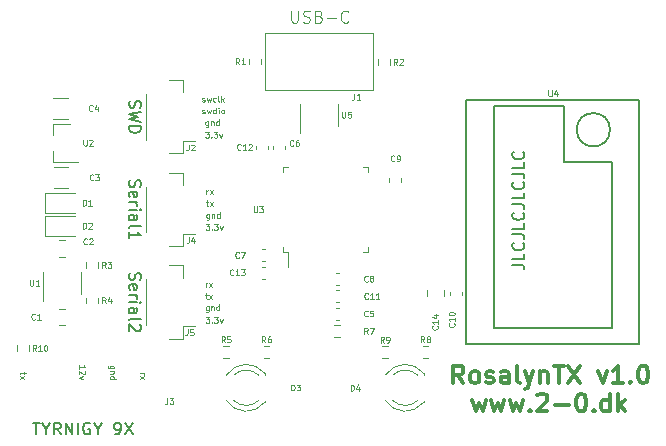
<source format=gbr>
%TF.GenerationSoftware,KiCad,Pcbnew,5.1.8-db9833491~87~ubuntu20.04.1*%
%TF.CreationDate,2020-11-23T17:51:26+01:00*%
%TF.ProjectId,rosalyn-tx,726f7361-6c79-46e2-9d74-782e6b696361,v1.0*%
%TF.SameCoordinates,Original*%
%TF.FileFunction,Legend,Top*%
%TF.FilePolarity,Positive*%
%FSLAX46Y46*%
G04 Gerber Fmt 4.6, Leading zero omitted, Abs format (unit mm)*
G04 Created by KiCad (PCBNEW 5.1.8-db9833491~87~ubuntu20.04.1) date 2020-11-23 17:51:26*
%MOMM*%
%LPD*%
G01*
G04 APERTURE LIST*
%ADD10C,0.150000*%
%ADD11C,0.125000*%
%ADD12C,0.300000*%
%ADD13C,0.120000*%
G04 APERTURE END LIST*
D10*
X123411904Y-78052380D02*
X123983333Y-78052380D01*
X123697619Y-79052380D02*
X123697619Y-78052380D01*
X124507142Y-78576190D02*
X124507142Y-79052380D01*
X124173809Y-78052380D02*
X124507142Y-78576190D01*
X124840476Y-78052380D01*
X125745238Y-79052380D02*
X125411904Y-78576190D01*
X125173809Y-79052380D02*
X125173809Y-78052380D01*
X125554761Y-78052380D01*
X125650000Y-78100000D01*
X125697619Y-78147619D01*
X125745238Y-78242857D01*
X125745238Y-78385714D01*
X125697619Y-78480952D01*
X125650000Y-78528571D01*
X125554761Y-78576190D01*
X125173809Y-78576190D01*
X126173809Y-79052380D02*
X126173809Y-78052380D01*
X126745238Y-79052380D01*
X126745238Y-78052380D01*
X127221428Y-79052380D02*
X127221428Y-78052380D01*
X128221428Y-78100000D02*
X128126190Y-78052380D01*
X127983333Y-78052380D01*
X127840476Y-78100000D01*
X127745238Y-78195238D01*
X127697619Y-78290476D01*
X127650000Y-78480952D01*
X127650000Y-78623809D01*
X127697619Y-78814285D01*
X127745238Y-78909523D01*
X127840476Y-79004761D01*
X127983333Y-79052380D01*
X128078571Y-79052380D01*
X128221428Y-79004761D01*
X128269047Y-78957142D01*
X128269047Y-78623809D01*
X128078571Y-78623809D01*
X128888095Y-78576190D02*
X128888095Y-79052380D01*
X128554761Y-78052380D02*
X128888095Y-78576190D01*
X129221428Y-78052380D01*
X130364285Y-79052380D02*
X130554761Y-79052380D01*
X130650000Y-79004761D01*
X130697619Y-78957142D01*
X130792857Y-78814285D01*
X130840476Y-78623809D01*
X130840476Y-78242857D01*
X130792857Y-78147619D01*
X130745238Y-78100000D01*
X130650000Y-78052380D01*
X130459523Y-78052380D01*
X130364285Y-78100000D01*
X130316666Y-78147619D01*
X130269047Y-78242857D01*
X130269047Y-78480952D01*
X130316666Y-78576190D01*
X130364285Y-78623809D01*
X130459523Y-78671428D01*
X130650000Y-78671428D01*
X130745238Y-78623809D01*
X130792857Y-78576190D01*
X130840476Y-78480952D01*
X131173809Y-78052380D02*
X131840476Y-79052380D01*
X131840476Y-78052380D02*
X131173809Y-79052380D01*
D11*
X145279047Y-43172380D02*
X145279047Y-43981904D01*
X145326666Y-44077142D01*
X145374285Y-44124761D01*
X145469523Y-44172380D01*
X145660000Y-44172380D01*
X145755238Y-44124761D01*
X145802857Y-44077142D01*
X145850476Y-43981904D01*
X145850476Y-43172380D01*
X146279047Y-44124761D02*
X146421904Y-44172380D01*
X146660000Y-44172380D01*
X146755238Y-44124761D01*
X146802857Y-44077142D01*
X146850476Y-43981904D01*
X146850476Y-43886666D01*
X146802857Y-43791428D01*
X146755238Y-43743809D01*
X146660000Y-43696190D01*
X146469523Y-43648571D01*
X146374285Y-43600952D01*
X146326666Y-43553333D01*
X146279047Y-43458095D01*
X146279047Y-43362857D01*
X146326666Y-43267619D01*
X146374285Y-43220000D01*
X146469523Y-43172380D01*
X146707619Y-43172380D01*
X146850476Y-43220000D01*
X147612380Y-43648571D02*
X147755238Y-43696190D01*
X147802857Y-43743809D01*
X147850476Y-43839047D01*
X147850476Y-43981904D01*
X147802857Y-44077142D01*
X147755238Y-44124761D01*
X147660000Y-44172380D01*
X147279047Y-44172380D01*
X147279047Y-43172380D01*
X147612380Y-43172380D01*
X147707619Y-43220000D01*
X147755238Y-43267619D01*
X147802857Y-43362857D01*
X147802857Y-43458095D01*
X147755238Y-43553333D01*
X147707619Y-43600952D01*
X147612380Y-43648571D01*
X147279047Y-43648571D01*
X148279047Y-43791428D02*
X149040952Y-43791428D01*
X150088571Y-44077142D02*
X150040952Y-44124761D01*
X149898095Y-44172380D01*
X149802857Y-44172380D01*
X149660000Y-44124761D01*
X149564761Y-44029523D01*
X149517142Y-43934285D01*
X149469523Y-43743809D01*
X149469523Y-43600952D01*
X149517142Y-43410476D01*
X149564761Y-43315238D01*
X149660000Y-43220000D01*
X149802857Y-43172380D01*
X149898095Y-43172380D01*
X150040952Y-43220000D01*
X150088571Y-43267619D01*
X138072380Y-59382857D02*
X138262857Y-59382857D01*
X138143809Y-59216190D02*
X138143809Y-59644761D01*
X138167619Y-59692380D01*
X138215238Y-59716190D01*
X138262857Y-59716190D01*
X138381904Y-59716190D02*
X138643809Y-59382857D01*
X138381904Y-59382857D02*
X138643809Y-59716190D01*
X138091904Y-58706190D02*
X138091904Y-58372857D01*
X138091904Y-58468095D02*
X138115714Y-58420476D01*
X138139523Y-58396666D01*
X138187142Y-58372857D01*
X138234761Y-58372857D01*
X138353809Y-58706190D02*
X138615714Y-58372857D01*
X138353809Y-58372857D02*
X138615714Y-58706190D01*
X138012380Y-67232857D02*
X138202857Y-67232857D01*
X138083809Y-67066190D02*
X138083809Y-67494761D01*
X138107619Y-67542380D01*
X138155238Y-67566190D01*
X138202857Y-67566190D01*
X138321904Y-67566190D02*
X138583809Y-67232857D01*
X138321904Y-67232857D02*
X138583809Y-67566190D01*
X138021904Y-66526190D02*
X138021904Y-66192857D01*
X138021904Y-66288095D02*
X138045714Y-66240476D01*
X138069523Y-66216666D01*
X138117142Y-66192857D01*
X138164761Y-66192857D01*
X138283809Y-66526190D02*
X138545714Y-66192857D01*
X138283809Y-66192857D02*
X138545714Y-66526190D01*
X138274761Y-68202857D02*
X138274761Y-68607619D01*
X138250952Y-68655238D01*
X138227142Y-68679047D01*
X138179523Y-68702857D01*
X138108095Y-68702857D01*
X138060476Y-68679047D01*
X138274761Y-68512380D02*
X138227142Y-68536190D01*
X138131904Y-68536190D01*
X138084285Y-68512380D01*
X138060476Y-68488571D01*
X138036666Y-68440952D01*
X138036666Y-68298095D01*
X138060476Y-68250476D01*
X138084285Y-68226666D01*
X138131904Y-68202857D01*
X138227142Y-68202857D01*
X138274761Y-68226666D01*
X138512857Y-68202857D02*
X138512857Y-68536190D01*
X138512857Y-68250476D02*
X138536666Y-68226666D01*
X138584285Y-68202857D01*
X138655714Y-68202857D01*
X138703333Y-68226666D01*
X138727142Y-68274285D01*
X138727142Y-68536190D01*
X139179523Y-68536190D02*
X139179523Y-68036190D01*
X139179523Y-68512380D02*
X139131904Y-68536190D01*
X139036666Y-68536190D01*
X138989047Y-68512380D01*
X138965238Y-68488571D01*
X138941428Y-68440952D01*
X138941428Y-68298095D01*
X138965238Y-68250476D01*
X138989047Y-68226666D01*
X139036666Y-68202857D01*
X139131904Y-68202857D01*
X139179523Y-68226666D01*
X138314761Y-60382857D02*
X138314761Y-60787619D01*
X138290952Y-60835238D01*
X138267142Y-60859047D01*
X138219523Y-60882857D01*
X138148095Y-60882857D01*
X138100476Y-60859047D01*
X138314761Y-60692380D02*
X138267142Y-60716190D01*
X138171904Y-60716190D01*
X138124285Y-60692380D01*
X138100476Y-60668571D01*
X138076666Y-60620952D01*
X138076666Y-60478095D01*
X138100476Y-60430476D01*
X138124285Y-60406666D01*
X138171904Y-60382857D01*
X138267142Y-60382857D01*
X138314761Y-60406666D01*
X138552857Y-60382857D02*
X138552857Y-60716190D01*
X138552857Y-60430476D02*
X138576666Y-60406666D01*
X138624285Y-60382857D01*
X138695714Y-60382857D01*
X138743333Y-60406666D01*
X138767142Y-60454285D01*
X138767142Y-60716190D01*
X139219523Y-60716190D02*
X139219523Y-60216190D01*
X139219523Y-60692380D02*
X139171904Y-60716190D01*
X139076666Y-60716190D01*
X139029047Y-60692380D01*
X139005238Y-60668571D01*
X138981428Y-60620952D01*
X138981428Y-60478095D01*
X139005238Y-60430476D01*
X139029047Y-60406666D01*
X139076666Y-60382857D01*
X139171904Y-60382857D01*
X139219523Y-60406666D01*
X138025714Y-69096190D02*
X138335238Y-69096190D01*
X138168571Y-69286666D01*
X138240000Y-69286666D01*
X138287619Y-69310476D01*
X138311428Y-69334285D01*
X138335238Y-69381904D01*
X138335238Y-69500952D01*
X138311428Y-69548571D01*
X138287619Y-69572380D01*
X138240000Y-69596190D01*
X138097142Y-69596190D01*
X138049523Y-69572380D01*
X138025714Y-69548571D01*
X138549523Y-69548571D02*
X138573333Y-69572380D01*
X138549523Y-69596190D01*
X138525714Y-69572380D01*
X138549523Y-69548571D01*
X138549523Y-69596190D01*
X138740000Y-69096190D02*
X139049523Y-69096190D01*
X138882857Y-69286666D01*
X138954285Y-69286666D01*
X139001904Y-69310476D01*
X139025714Y-69334285D01*
X139049523Y-69381904D01*
X139049523Y-69500952D01*
X139025714Y-69548571D01*
X139001904Y-69572380D01*
X138954285Y-69596190D01*
X138811428Y-69596190D01*
X138763809Y-69572380D01*
X138740000Y-69548571D01*
X139216190Y-69262857D02*
X139335238Y-69596190D01*
X139454285Y-69262857D01*
X138025714Y-61226190D02*
X138335238Y-61226190D01*
X138168571Y-61416666D01*
X138240000Y-61416666D01*
X138287619Y-61440476D01*
X138311428Y-61464285D01*
X138335238Y-61511904D01*
X138335238Y-61630952D01*
X138311428Y-61678571D01*
X138287619Y-61702380D01*
X138240000Y-61726190D01*
X138097142Y-61726190D01*
X138049523Y-61702380D01*
X138025714Y-61678571D01*
X138549523Y-61678571D02*
X138573333Y-61702380D01*
X138549523Y-61726190D01*
X138525714Y-61702380D01*
X138549523Y-61678571D01*
X138549523Y-61726190D01*
X138740000Y-61226190D02*
X139049523Y-61226190D01*
X138882857Y-61416666D01*
X138954285Y-61416666D01*
X139001904Y-61440476D01*
X139025714Y-61464285D01*
X139049523Y-61511904D01*
X139049523Y-61630952D01*
X139025714Y-61678571D01*
X139001904Y-61702380D01*
X138954285Y-61726190D01*
X138811428Y-61726190D01*
X138763809Y-61702380D01*
X138740000Y-61678571D01*
X139216190Y-61392857D02*
X139335238Y-61726190D01*
X139454285Y-61392857D01*
X137995714Y-53416190D02*
X138305238Y-53416190D01*
X138138571Y-53606666D01*
X138210000Y-53606666D01*
X138257619Y-53630476D01*
X138281428Y-53654285D01*
X138305238Y-53701904D01*
X138305238Y-53820952D01*
X138281428Y-53868571D01*
X138257619Y-53892380D01*
X138210000Y-53916190D01*
X138067142Y-53916190D01*
X138019523Y-53892380D01*
X137995714Y-53868571D01*
X138519523Y-53868571D02*
X138543333Y-53892380D01*
X138519523Y-53916190D01*
X138495714Y-53892380D01*
X138519523Y-53868571D01*
X138519523Y-53916190D01*
X138710000Y-53416190D02*
X139019523Y-53416190D01*
X138852857Y-53606666D01*
X138924285Y-53606666D01*
X138971904Y-53630476D01*
X138995714Y-53654285D01*
X139019523Y-53701904D01*
X139019523Y-53820952D01*
X138995714Y-53868571D01*
X138971904Y-53892380D01*
X138924285Y-53916190D01*
X138781428Y-53916190D01*
X138733809Y-53892380D01*
X138710000Y-53868571D01*
X139186190Y-53582857D02*
X139305238Y-53916190D01*
X139424285Y-53582857D01*
X138244761Y-52532857D02*
X138244761Y-52937619D01*
X138220952Y-52985238D01*
X138197142Y-53009047D01*
X138149523Y-53032857D01*
X138078095Y-53032857D01*
X138030476Y-53009047D01*
X138244761Y-52842380D02*
X138197142Y-52866190D01*
X138101904Y-52866190D01*
X138054285Y-52842380D01*
X138030476Y-52818571D01*
X138006666Y-52770952D01*
X138006666Y-52628095D01*
X138030476Y-52580476D01*
X138054285Y-52556666D01*
X138101904Y-52532857D01*
X138197142Y-52532857D01*
X138244761Y-52556666D01*
X138482857Y-52532857D02*
X138482857Y-52866190D01*
X138482857Y-52580476D02*
X138506666Y-52556666D01*
X138554285Y-52532857D01*
X138625714Y-52532857D01*
X138673333Y-52556666D01*
X138697142Y-52604285D01*
X138697142Y-52866190D01*
X139149523Y-52866190D02*
X139149523Y-52366190D01*
X139149523Y-52842380D02*
X139101904Y-52866190D01*
X139006666Y-52866190D01*
X138959047Y-52842380D01*
X138935238Y-52818571D01*
X138911428Y-52770952D01*
X138911428Y-52628095D01*
X138935238Y-52580476D01*
X138959047Y-52556666D01*
X139006666Y-52532857D01*
X139101904Y-52532857D01*
X139149523Y-52556666D01*
X137729523Y-51852380D02*
X137777142Y-51876190D01*
X137872380Y-51876190D01*
X137920000Y-51852380D01*
X137943809Y-51804761D01*
X137943809Y-51780952D01*
X137920000Y-51733333D01*
X137872380Y-51709523D01*
X137800952Y-51709523D01*
X137753333Y-51685714D01*
X137729523Y-51638095D01*
X137729523Y-51614285D01*
X137753333Y-51566666D01*
X137800952Y-51542857D01*
X137872380Y-51542857D01*
X137920000Y-51566666D01*
X138110476Y-51542857D02*
X138205714Y-51876190D01*
X138300952Y-51638095D01*
X138396190Y-51876190D01*
X138491428Y-51542857D01*
X138896190Y-51876190D02*
X138896190Y-51376190D01*
X138896190Y-51852380D02*
X138848571Y-51876190D01*
X138753333Y-51876190D01*
X138705714Y-51852380D01*
X138681904Y-51828571D01*
X138658095Y-51780952D01*
X138658095Y-51638095D01*
X138681904Y-51590476D01*
X138705714Y-51566666D01*
X138753333Y-51542857D01*
X138848571Y-51542857D01*
X138896190Y-51566666D01*
X139134285Y-51876190D02*
X139134285Y-51542857D01*
X139134285Y-51376190D02*
X139110476Y-51400000D01*
X139134285Y-51423809D01*
X139158095Y-51400000D01*
X139134285Y-51376190D01*
X139134285Y-51423809D01*
X139443809Y-51876190D02*
X139396190Y-51852380D01*
X139372380Y-51828571D01*
X139348571Y-51780952D01*
X139348571Y-51638095D01*
X139372380Y-51590476D01*
X139396190Y-51566666D01*
X139443809Y-51542857D01*
X139515238Y-51542857D01*
X139562857Y-51566666D01*
X139586666Y-51590476D01*
X139610476Y-51638095D01*
X139610476Y-51780952D01*
X139586666Y-51828571D01*
X139562857Y-51852380D01*
X139515238Y-51876190D01*
X139443809Y-51876190D01*
X137723333Y-50842380D02*
X137770952Y-50866190D01*
X137866190Y-50866190D01*
X137913809Y-50842380D01*
X137937619Y-50794761D01*
X137937619Y-50770952D01*
X137913809Y-50723333D01*
X137866190Y-50699523D01*
X137794761Y-50699523D01*
X137747142Y-50675714D01*
X137723333Y-50628095D01*
X137723333Y-50604285D01*
X137747142Y-50556666D01*
X137794761Y-50532857D01*
X137866190Y-50532857D01*
X137913809Y-50556666D01*
X138104285Y-50532857D02*
X138199523Y-50866190D01*
X138294761Y-50628095D01*
X138390000Y-50866190D01*
X138485238Y-50532857D01*
X138890000Y-50842380D02*
X138842380Y-50866190D01*
X138747142Y-50866190D01*
X138699523Y-50842380D01*
X138675714Y-50818571D01*
X138651904Y-50770952D01*
X138651904Y-50628095D01*
X138675714Y-50580476D01*
X138699523Y-50556666D01*
X138747142Y-50532857D01*
X138842380Y-50532857D01*
X138890000Y-50556666D01*
X139175714Y-50866190D02*
X139128095Y-50842380D01*
X139104285Y-50794761D01*
X139104285Y-50366190D01*
X139366190Y-50866190D02*
X139366190Y-50366190D01*
X139413809Y-50675714D02*
X139556666Y-50866190D01*
X139556666Y-50532857D02*
X139366190Y-50723333D01*
D10*
X131595238Y-65397619D02*
X131547619Y-65540476D01*
X131547619Y-65778571D01*
X131595238Y-65873809D01*
X131642857Y-65921428D01*
X131738095Y-65969047D01*
X131833333Y-65969047D01*
X131928571Y-65921428D01*
X131976190Y-65873809D01*
X132023809Y-65778571D01*
X132071428Y-65588095D01*
X132119047Y-65492857D01*
X132166666Y-65445238D01*
X132261904Y-65397619D01*
X132357142Y-65397619D01*
X132452380Y-65445238D01*
X132500000Y-65492857D01*
X132547619Y-65588095D01*
X132547619Y-65826190D01*
X132500000Y-65969047D01*
X131595238Y-66778571D02*
X131547619Y-66683333D01*
X131547619Y-66492857D01*
X131595238Y-66397619D01*
X131690476Y-66350000D01*
X132071428Y-66350000D01*
X132166666Y-66397619D01*
X132214285Y-66492857D01*
X132214285Y-66683333D01*
X132166666Y-66778571D01*
X132071428Y-66826190D01*
X131976190Y-66826190D01*
X131880952Y-66350000D01*
X131547619Y-67254761D02*
X132214285Y-67254761D01*
X132023809Y-67254761D02*
X132119047Y-67302380D01*
X132166666Y-67350000D01*
X132214285Y-67445238D01*
X132214285Y-67540476D01*
X131547619Y-67873809D02*
X132214285Y-67873809D01*
X132547619Y-67873809D02*
X132500000Y-67826190D01*
X132452380Y-67873809D01*
X132500000Y-67921428D01*
X132547619Y-67873809D01*
X132452380Y-67873809D01*
X131547619Y-68778571D02*
X132071428Y-68778571D01*
X132166666Y-68730952D01*
X132214285Y-68635714D01*
X132214285Y-68445238D01*
X132166666Y-68350000D01*
X131595238Y-68778571D02*
X131547619Y-68683333D01*
X131547619Y-68445238D01*
X131595238Y-68350000D01*
X131690476Y-68302380D01*
X131785714Y-68302380D01*
X131880952Y-68350000D01*
X131928571Y-68445238D01*
X131928571Y-68683333D01*
X131976190Y-68778571D01*
X131547619Y-69397619D02*
X131595238Y-69302380D01*
X131690476Y-69254761D01*
X132547619Y-69254761D01*
X132452380Y-69730952D02*
X132500000Y-69778571D01*
X132547619Y-69873809D01*
X132547619Y-70111904D01*
X132500000Y-70207142D01*
X132452380Y-70254761D01*
X132357142Y-70302380D01*
X132261904Y-70302380D01*
X132119047Y-70254761D01*
X131547619Y-69683333D01*
X131547619Y-70302380D01*
X131595238Y-57537619D02*
X131547619Y-57680476D01*
X131547619Y-57918571D01*
X131595238Y-58013809D01*
X131642857Y-58061428D01*
X131738095Y-58109047D01*
X131833333Y-58109047D01*
X131928571Y-58061428D01*
X131976190Y-58013809D01*
X132023809Y-57918571D01*
X132071428Y-57728095D01*
X132119047Y-57632857D01*
X132166666Y-57585238D01*
X132261904Y-57537619D01*
X132357142Y-57537619D01*
X132452380Y-57585238D01*
X132500000Y-57632857D01*
X132547619Y-57728095D01*
X132547619Y-57966190D01*
X132500000Y-58109047D01*
X131595238Y-58918571D02*
X131547619Y-58823333D01*
X131547619Y-58632857D01*
X131595238Y-58537619D01*
X131690476Y-58490000D01*
X132071428Y-58490000D01*
X132166666Y-58537619D01*
X132214285Y-58632857D01*
X132214285Y-58823333D01*
X132166666Y-58918571D01*
X132071428Y-58966190D01*
X131976190Y-58966190D01*
X131880952Y-58490000D01*
X131547619Y-59394761D02*
X132214285Y-59394761D01*
X132023809Y-59394761D02*
X132119047Y-59442380D01*
X132166666Y-59490000D01*
X132214285Y-59585238D01*
X132214285Y-59680476D01*
X131547619Y-60013809D02*
X132214285Y-60013809D01*
X132547619Y-60013809D02*
X132500000Y-59966190D01*
X132452380Y-60013809D01*
X132500000Y-60061428D01*
X132547619Y-60013809D01*
X132452380Y-60013809D01*
X131547619Y-60918571D02*
X132071428Y-60918571D01*
X132166666Y-60870952D01*
X132214285Y-60775714D01*
X132214285Y-60585238D01*
X132166666Y-60490000D01*
X131595238Y-60918571D02*
X131547619Y-60823333D01*
X131547619Y-60585238D01*
X131595238Y-60490000D01*
X131690476Y-60442380D01*
X131785714Y-60442380D01*
X131880952Y-60490000D01*
X131928571Y-60585238D01*
X131928571Y-60823333D01*
X131976190Y-60918571D01*
X131547619Y-61537619D02*
X131595238Y-61442380D01*
X131690476Y-61394761D01*
X132547619Y-61394761D01*
X131547619Y-62442380D02*
X131547619Y-61870952D01*
X131547619Y-62156666D02*
X132547619Y-62156666D01*
X132404761Y-62061428D01*
X132309523Y-61966190D01*
X132261904Y-61870952D01*
X131595238Y-50802857D02*
X131547619Y-50945714D01*
X131547619Y-51183809D01*
X131595238Y-51279047D01*
X131642857Y-51326666D01*
X131738095Y-51374285D01*
X131833333Y-51374285D01*
X131928571Y-51326666D01*
X131976190Y-51279047D01*
X132023809Y-51183809D01*
X132071428Y-50993333D01*
X132119047Y-50898095D01*
X132166666Y-50850476D01*
X132261904Y-50802857D01*
X132357142Y-50802857D01*
X132452380Y-50850476D01*
X132500000Y-50898095D01*
X132547619Y-50993333D01*
X132547619Y-51231428D01*
X132500000Y-51374285D01*
X132547619Y-51707619D02*
X131547619Y-51945714D01*
X132261904Y-52136190D01*
X131547619Y-52326666D01*
X132547619Y-52564761D01*
X131547619Y-52945714D02*
X132547619Y-52945714D01*
X132547619Y-53183809D01*
X132500000Y-53326666D01*
X132404761Y-53421904D01*
X132309523Y-53469523D01*
X132119047Y-53517142D01*
X131976190Y-53517142D01*
X131785714Y-53469523D01*
X131690476Y-53421904D01*
X131595238Y-53326666D01*
X131547619Y-53183809D01*
X131547619Y-52945714D01*
X164002380Y-64689047D02*
X164716666Y-64689047D01*
X164859523Y-64736666D01*
X164954761Y-64831904D01*
X165002380Y-64974761D01*
X165002380Y-65070000D01*
X165002380Y-63736666D02*
X165002380Y-64212857D01*
X164002380Y-64212857D01*
X164907142Y-62831904D02*
X164954761Y-62879523D01*
X165002380Y-63022380D01*
X165002380Y-63117619D01*
X164954761Y-63260476D01*
X164859523Y-63355714D01*
X164764285Y-63403333D01*
X164573809Y-63450952D01*
X164430952Y-63450952D01*
X164240476Y-63403333D01*
X164145238Y-63355714D01*
X164050000Y-63260476D01*
X164002380Y-63117619D01*
X164002380Y-63022380D01*
X164050000Y-62879523D01*
X164097619Y-62831904D01*
X164002380Y-62117619D02*
X164716666Y-62117619D01*
X164859523Y-62165238D01*
X164954761Y-62260476D01*
X165002380Y-62403333D01*
X165002380Y-62498571D01*
X165002380Y-61165238D02*
X165002380Y-61641428D01*
X164002380Y-61641428D01*
X164907142Y-60260476D02*
X164954761Y-60308095D01*
X165002380Y-60450952D01*
X165002380Y-60546190D01*
X164954761Y-60689047D01*
X164859523Y-60784285D01*
X164764285Y-60831904D01*
X164573809Y-60879523D01*
X164430952Y-60879523D01*
X164240476Y-60831904D01*
X164145238Y-60784285D01*
X164050000Y-60689047D01*
X164002380Y-60546190D01*
X164002380Y-60450952D01*
X164050000Y-60308095D01*
X164097619Y-60260476D01*
X164002380Y-59546190D02*
X164716666Y-59546190D01*
X164859523Y-59593809D01*
X164954761Y-59689047D01*
X165002380Y-59831904D01*
X165002380Y-59927142D01*
X165002380Y-58593809D02*
X165002380Y-59070000D01*
X164002380Y-59070000D01*
X164907142Y-57689047D02*
X164954761Y-57736666D01*
X165002380Y-57879523D01*
X165002380Y-57974761D01*
X164954761Y-58117619D01*
X164859523Y-58212857D01*
X164764285Y-58260476D01*
X164573809Y-58308095D01*
X164430952Y-58308095D01*
X164240476Y-58260476D01*
X164145238Y-58212857D01*
X164050000Y-58117619D01*
X164002380Y-57974761D01*
X164002380Y-57879523D01*
X164050000Y-57736666D01*
X164097619Y-57689047D01*
X164002380Y-56974761D02*
X164716666Y-56974761D01*
X164859523Y-57022380D01*
X164954761Y-57117619D01*
X165002380Y-57260476D01*
X165002380Y-57355714D01*
X165002380Y-56022380D02*
X165002380Y-56498571D01*
X164002380Y-56498571D01*
X164907142Y-55117619D02*
X164954761Y-55165238D01*
X165002380Y-55308095D01*
X165002380Y-55403333D01*
X164954761Y-55546190D01*
X164859523Y-55641428D01*
X164764285Y-55689047D01*
X164573809Y-55736666D01*
X164430952Y-55736666D01*
X164240476Y-55689047D01*
X164145238Y-55641428D01*
X164050000Y-55546190D01*
X164002380Y-55403333D01*
X164002380Y-55308095D01*
X164050000Y-55165238D01*
X164097619Y-55117619D01*
D11*
X127333809Y-73494285D02*
X127333809Y-73208571D01*
X127333809Y-73351428D02*
X127833809Y-73351428D01*
X127762380Y-73303809D01*
X127714761Y-73256190D01*
X127690952Y-73208571D01*
X127786190Y-73684761D02*
X127810000Y-73708571D01*
X127833809Y-73756190D01*
X127833809Y-73875238D01*
X127810000Y-73922857D01*
X127786190Y-73946666D01*
X127738571Y-73970476D01*
X127690952Y-73970476D01*
X127619523Y-73946666D01*
X127333809Y-73660952D01*
X127333809Y-73970476D01*
X127667142Y-74137142D02*
X127333809Y-74256190D01*
X127667142Y-74375238D01*
X130237142Y-73454761D02*
X129832380Y-73454761D01*
X129784761Y-73430952D01*
X129760952Y-73407142D01*
X129737142Y-73359523D01*
X129737142Y-73288095D01*
X129760952Y-73240476D01*
X129927619Y-73454761D02*
X129903809Y-73407142D01*
X129903809Y-73311904D01*
X129927619Y-73264285D01*
X129951428Y-73240476D01*
X129999047Y-73216666D01*
X130141904Y-73216666D01*
X130189523Y-73240476D01*
X130213333Y-73264285D01*
X130237142Y-73311904D01*
X130237142Y-73407142D01*
X130213333Y-73454761D01*
X130237142Y-73692857D02*
X129903809Y-73692857D01*
X130189523Y-73692857D02*
X130213333Y-73716666D01*
X130237142Y-73764285D01*
X130237142Y-73835714D01*
X130213333Y-73883333D01*
X130165714Y-73907142D01*
X129903809Y-73907142D01*
X129903809Y-74359523D02*
X130403809Y-74359523D01*
X129927619Y-74359523D02*
X129903809Y-74311904D01*
X129903809Y-74216666D01*
X129927619Y-74169047D01*
X129951428Y-74145238D01*
X129999047Y-74121428D01*
X130141904Y-74121428D01*
X130189523Y-74145238D01*
X130213333Y-74169047D01*
X130237142Y-74216666D01*
X130237142Y-74311904D01*
X130213333Y-74359523D01*
X122637142Y-73782380D02*
X122637142Y-73972857D01*
X122803809Y-73853809D02*
X122375238Y-73853809D01*
X122327619Y-73877619D01*
X122303809Y-73925238D01*
X122303809Y-73972857D01*
X122303809Y-74091904D02*
X122637142Y-74353809D01*
X122637142Y-74091904D02*
X122303809Y-74353809D01*
X132473809Y-73841904D02*
X132807142Y-73841904D01*
X132711904Y-73841904D02*
X132759523Y-73865714D01*
X132783333Y-73889523D01*
X132807142Y-73937142D01*
X132807142Y-73984761D01*
X132473809Y-74103809D02*
X132807142Y-74365714D01*
X132807142Y-74103809D02*
X132473809Y-74365714D01*
D12*
X160610000Y-76098571D02*
X160895714Y-77098571D01*
X161181428Y-76384285D01*
X161467142Y-77098571D01*
X161752857Y-76098571D01*
X162181428Y-76098571D02*
X162467142Y-77098571D01*
X162752857Y-76384285D01*
X163038571Y-77098571D01*
X163324285Y-76098571D01*
X163752857Y-76098571D02*
X164038571Y-77098571D01*
X164324285Y-76384285D01*
X164610000Y-77098571D01*
X164895714Y-76098571D01*
X165467142Y-76955714D02*
X165538571Y-77027142D01*
X165467142Y-77098571D01*
X165395714Y-77027142D01*
X165467142Y-76955714D01*
X165467142Y-77098571D01*
X166110000Y-75741428D02*
X166181428Y-75670000D01*
X166324285Y-75598571D01*
X166681428Y-75598571D01*
X166824285Y-75670000D01*
X166895714Y-75741428D01*
X166967142Y-75884285D01*
X166967142Y-76027142D01*
X166895714Y-76241428D01*
X166038571Y-77098571D01*
X166967142Y-77098571D01*
X167610000Y-76527142D02*
X168752857Y-76527142D01*
X169752857Y-75598571D02*
X169895714Y-75598571D01*
X170038571Y-75670000D01*
X170110000Y-75741428D01*
X170181428Y-75884285D01*
X170252857Y-76170000D01*
X170252857Y-76527142D01*
X170181428Y-76812857D01*
X170110000Y-76955714D01*
X170038571Y-77027142D01*
X169895714Y-77098571D01*
X169752857Y-77098571D01*
X169610000Y-77027142D01*
X169538571Y-76955714D01*
X169467142Y-76812857D01*
X169395714Y-76527142D01*
X169395714Y-76170000D01*
X169467142Y-75884285D01*
X169538571Y-75741428D01*
X169610000Y-75670000D01*
X169752857Y-75598571D01*
X170895714Y-76955714D02*
X170967142Y-77027142D01*
X170895714Y-77098571D01*
X170824285Y-77027142D01*
X170895714Y-76955714D01*
X170895714Y-77098571D01*
X172252857Y-77098571D02*
X172252857Y-75598571D01*
X172252857Y-77027142D02*
X172110000Y-77098571D01*
X171824285Y-77098571D01*
X171681428Y-77027142D01*
X171610000Y-76955714D01*
X171538571Y-76812857D01*
X171538571Y-76384285D01*
X171610000Y-76241428D01*
X171681428Y-76170000D01*
X171824285Y-76098571D01*
X172110000Y-76098571D01*
X172252857Y-76170000D01*
X172967142Y-77098571D02*
X172967142Y-75598571D01*
X173110000Y-76527142D02*
X173538571Y-77098571D01*
X173538571Y-76098571D02*
X172967142Y-76670000D01*
X159852857Y-74718571D02*
X159352857Y-74004285D01*
X158995714Y-74718571D02*
X158995714Y-73218571D01*
X159567142Y-73218571D01*
X159710000Y-73290000D01*
X159781428Y-73361428D01*
X159852857Y-73504285D01*
X159852857Y-73718571D01*
X159781428Y-73861428D01*
X159710000Y-73932857D01*
X159567142Y-74004285D01*
X158995714Y-74004285D01*
X160710000Y-74718571D02*
X160567142Y-74647142D01*
X160495714Y-74575714D01*
X160424285Y-74432857D01*
X160424285Y-74004285D01*
X160495714Y-73861428D01*
X160567142Y-73790000D01*
X160710000Y-73718571D01*
X160924285Y-73718571D01*
X161067142Y-73790000D01*
X161138571Y-73861428D01*
X161210000Y-74004285D01*
X161210000Y-74432857D01*
X161138571Y-74575714D01*
X161067142Y-74647142D01*
X160924285Y-74718571D01*
X160710000Y-74718571D01*
X161781428Y-74647142D02*
X161924285Y-74718571D01*
X162210000Y-74718571D01*
X162352857Y-74647142D01*
X162424285Y-74504285D01*
X162424285Y-74432857D01*
X162352857Y-74290000D01*
X162210000Y-74218571D01*
X161995714Y-74218571D01*
X161852857Y-74147142D01*
X161781428Y-74004285D01*
X161781428Y-73932857D01*
X161852857Y-73790000D01*
X161995714Y-73718571D01*
X162210000Y-73718571D01*
X162352857Y-73790000D01*
X163710000Y-74718571D02*
X163710000Y-73932857D01*
X163638571Y-73790000D01*
X163495714Y-73718571D01*
X163210000Y-73718571D01*
X163067142Y-73790000D01*
X163710000Y-74647142D02*
X163567142Y-74718571D01*
X163210000Y-74718571D01*
X163067142Y-74647142D01*
X162995714Y-74504285D01*
X162995714Y-74361428D01*
X163067142Y-74218571D01*
X163210000Y-74147142D01*
X163567142Y-74147142D01*
X163710000Y-74075714D01*
X164638571Y-74718571D02*
X164495714Y-74647142D01*
X164424285Y-74504285D01*
X164424285Y-73218571D01*
X165067142Y-73718571D02*
X165424285Y-74718571D01*
X165781428Y-73718571D02*
X165424285Y-74718571D01*
X165281428Y-75075714D01*
X165210000Y-75147142D01*
X165067142Y-75218571D01*
X166352857Y-73718571D02*
X166352857Y-74718571D01*
X166352857Y-73861428D02*
X166424285Y-73790000D01*
X166567142Y-73718571D01*
X166781428Y-73718571D01*
X166924285Y-73790000D01*
X166995714Y-73932857D01*
X166995714Y-74718571D01*
X167495714Y-73218571D02*
X168352857Y-73218571D01*
X167924285Y-74718571D02*
X167924285Y-73218571D01*
X168710000Y-73218571D02*
X169710000Y-74718571D01*
X169710000Y-73218571D02*
X168710000Y-74718571D01*
X171281428Y-73718571D02*
X171638571Y-74718571D01*
X171995714Y-73718571D01*
X173352857Y-74718571D02*
X172495714Y-74718571D01*
X172924285Y-74718571D02*
X172924285Y-73218571D01*
X172781428Y-73432857D01*
X172638571Y-73575714D01*
X172495714Y-73647142D01*
X173995714Y-74575714D02*
X174067142Y-74647142D01*
X173995714Y-74718571D01*
X173924285Y-74647142D01*
X173995714Y-74575714D01*
X173995714Y-74718571D01*
X174995714Y-73218571D02*
X175138571Y-73218571D01*
X175281428Y-73290000D01*
X175352857Y-73361428D01*
X175424285Y-73504285D01*
X175495714Y-73790000D01*
X175495714Y-74147142D01*
X175424285Y-74432857D01*
X175352857Y-74575714D01*
X175281428Y-74647142D01*
X175138571Y-74718571D01*
X174995714Y-74718571D01*
X174852857Y-74647142D01*
X174781428Y-74575714D01*
X174710000Y-74432857D01*
X174638571Y-74147142D01*
X174638571Y-73790000D01*
X174710000Y-73504285D01*
X174781428Y-73361428D01*
X174852857Y-73290000D01*
X174995714Y-73218571D01*
D13*
%TO.C,J1*%
X143090000Y-45100000D02*
X152190000Y-45100000D01*
X152190000Y-45100000D02*
X152190000Y-49900000D01*
X152190000Y-49900000D02*
X143090000Y-49900000D01*
X143090000Y-49900000D02*
X143090000Y-45100000D01*
%TO.C,J5*%
X132990000Y-69790000D02*
X132990000Y-65910000D01*
X136110000Y-64740000D02*
X136110000Y-65790000D01*
X134960000Y-64740000D02*
X136110000Y-64740000D01*
X136110000Y-69910000D02*
X137100000Y-69910000D01*
X136110000Y-70960000D02*
X136110000Y-69910000D01*
X134960000Y-70960000D02*
X136110000Y-70960000D01*
%TO.C,J4*%
X132990000Y-61940000D02*
X132990000Y-58060000D01*
X136110000Y-56890000D02*
X136110000Y-57940000D01*
X134960000Y-56890000D02*
X136110000Y-56890000D01*
X136110000Y-62060000D02*
X137100000Y-62060000D01*
X136110000Y-63110000D02*
X136110000Y-62060000D01*
X134960000Y-63110000D02*
X136110000Y-63110000D01*
%TO.C,J2*%
X132990000Y-54090000D02*
X132990000Y-50210000D01*
X136110000Y-49040000D02*
X136110000Y-50090000D01*
X134960000Y-49040000D02*
X136110000Y-49040000D01*
X136110000Y-54210000D02*
X137100000Y-54210000D01*
X136110000Y-55260000D02*
X136110000Y-54210000D01*
X134960000Y-55260000D02*
X136110000Y-55260000D01*
D10*
%TO.C,U4*%
X172264214Y-53250000D02*
G75*
G03*
X172264214Y-53250000I-1414214J0D01*
G01*
X172400000Y-55950000D02*
X172400000Y-70000000D01*
X168400000Y-55950000D02*
X172400000Y-55950000D01*
X168400000Y-51250000D02*
X168400000Y-55950000D01*
X162400000Y-51250000D02*
X168400000Y-51250000D01*
X162400000Y-70000000D02*
X162400000Y-51250000D01*
X172400000Y-70000000D02*
X162400000Y-70000000D01*
X174750000Y-71400000D02*
X160050000Y-71400000D01*
X174750000Y-50700000D02*
X174750000Y-71400000D01*
X160050000Y-50700000D02*
X174750000Y-50700000D01*
X160050000Y-71400000D02*
X160050000Y-50700000D01*
D13*
%TO.C,C14*%
X156725000Y-66838748D02*
X156725000Y-67361252D01*
X158195000Y-66838748D02*
X158195000Y-67361252D01*
%TO.C,C9*%
X153580000Y-57650580D02*
X153580000Y-57369420D01*
X154600000Y-57650580D02*
X154600000Y-57369420D01*
%TO.C,C6*%
X144780000Y-54589420D02*
X144780000Y-54870580D01*
X143760000Y-54589420D02*
X143760000Y-54870580D01*
%TO.C,U5*%
X146040000Y-51100000D02*
X146040000Y-53550000D01*
X149260000Y-52900000D02*
X149260000Y-51100000D01*
%TO.C,C2*%
X126128578Y-62610000D02*
X125611422Y-62610000D01*
X126128578Y-64030000D02*
X125611422Y-64030000D01*
%TO.C,C1*%
X125591422Y-69820000D02*
X126108578Y-69820000D01*
X125591422Y-68400000D02*
X126108578Y-68400000D01*
%TO.C,U1*%
X124240000Y-65320000D02*
X124240000Y-67770000D01*
X127460000Y-67120000D02*
X127460000Y-65320000D01*
%TO.C,U2*%
X125070000Y-52800000D02*
X125070000Y-53730000D01*
X125070000Y-55960000D02*
X125070000Y-55030000D01*
X125070000Y-55960000D02*
X127230000Y-55960000D01*
X125070000Y-52800000D02*
X126530000Y-52800000D01*
%TO.C,D1*%
X124390000Y-58590000D02*
X124390000Y-60290000D01*
X124390000Y-60290000D02*
X126940000Y-60290000D01*
X124390000Y-58590000D02*
X126940000Y-58590000D01*
%TO.C,D2*%
X124390000Y-60540000D02*
X126940000Y-60540000D01*
X124390000Y-62240000D02*
X126940000Y-62240000D01*
X124390000Y-60540000D02*
X124390000Y-62240000D01*
%TO.C,C5*%
X149029420Y-68320000D02*
X149310580Y-68320000D01*
X149029420Y-69340000D02*
X149310580Y-69340000D01*
%TO.C,C10*%
X158680000Y-66959420D02*
X158680000Y-67240580D01*
X159700000Y-66959420D02*
X159700000Y-67240580D01*
%TO.C,R3*%
X128932500Y-64482742D02*
X128932500Y-64957258D01*
X127887500Y-64482742D02*
X127887500Y-64957258D01*
%TO.C,C8*%
X149029420Y-66390000D02*
X149310580Y-66390000D01*
X149029420Y-65370000D02*
X149310580Y-65370000D01*
%TO.C,C7*%
X142799420Y-63370000D02*
X143080580Y-63370000D01*
X142799420Y-64390000D02*
X143080580Y-64390000D01*
%TO.C,C3*%
X125187936Y-56400000D02*
X126392064Y-56400000D01*
X125187936Y-58220000D02*
X126392064Y-58220000D01*
%TO.C,C4*%
X126342064Y-52350000D02*
X125137936Y-52350000D01*
X126342064Y-50530000D02*
X125137936Y-50530000D01*
%TO.C,R1*%
X141667500Y-47727258D02*
X141667500Y-47252742D01*
X142712500Y-47727258D02*
X142712500Y-47252742D01*
%TO.C,R4*%
X127887500Y-67482742D02*
X127887500Y-67957258D01*
X128932500Y-67482742D02*
X128932500Y-67957258D01*
%TO.C,R5*%
X139977258Y-71567500D02*
X139502742Y-71567500D01*
X139977258Y-72612500D02*
X139502742Y-72612500D01*
%TO.C,R6*%
X142932742Y-71557500D02*
X143407258Y-71557500D01*
X142932742Y-72602500D02*
X143407258Y-72602500D01*
%TO.C,U3*%
X151785000Y-56840000D02*
X151785000Y-56390000D01*
X151785000Y-56390000D02*
X151335000Y-56390000D01*
X151785000Y-63160000D02*
X151785000Y-63610000D01*
X151785000Y-63610000D02*
X151335000Y-63610000D01*
X144565000Y-56840000D02*
X144565000Y-56390000D01*
X144565000Y-56390000D02*
X145015000Y-56390000D01*
X144565000Y-63160000D02*
X144565000Y-63610000D01*
X144565000Y-63610000D02*
X145015000Y-63610000D01*
X145015000Y-63610000D02*
X145015000Y-64900000D01*
%TO.C,R2*%
X153632500Y-47747258D02*
X153632500Y-47272742D01*
X152587500Y-47747258D02*
X152587500Y-47272742D01*
%TO.C,R7*%
X148932742Y-69777500D02*
X149407258Y-69777500D01*
X148932742Y-70822500D02*
X149407258Y-70822500D01*
%TO.C,C11*%
X149029420Y-66840000D02*
X149310580Y-66840000D01*
X149029420Y-67860000D02*
X149310580Y-67860000D01*
%TO.C,C12*%
X142260000Y-54589420D02*
X142260000Y-54870580D01*
X143280000Y-54589420D02*
X143280000Y-54870580D01*
%TO.C,C13*%
X142799420Y-64840000D02*
X143080580Y-64840000D01*
X142799420Y-65860000D02*
X143080580Y-65860000D01*
%TO.C,D3*%
X143020000Y-76336000D02*
X143020000Y-76180000D01*
X143020000Y-74020000D02*
X143020000Y-73864000D01*
X140418870Y-74020163D02*
G75*
G02*
X142500961Y-74020000I1041130J-1079837D01*
G01*
X140418870Y-76179837D02*
G75*
G03*
X142500961Y-76180000I1041130J1079837D01*
G01*
X139787665Y-74021392D02*
G75*
G02*
X143020000Y-73864484I1672335J-1078608D01*
G01*
X139787665Y-76178608D02*
G75*
G03*
X143020000Y-76335516I1672335J1078608D01*
G01*
%TO.C,D4*%
X156480000Y-74020000D02*
X156480000Y-73864000D01*
X156480000Y-76336000D02*
X156480000Y-76180000D01*
X153247665Y-76178608D02*
G75*
G03*
X156480000Y-76335516I1672335J1078608D01*
G01*
X153247665Y-74021392D02*
G75*
G02*
X156480000Y-73864484I1672335J-1078608D01*
G01*
X153878870Y-76179837D02*
G75*
G03*
X155960961Y-76180000I1041130J1079837D01*
G01*
X153878870Y-74020163D02*
G75*
G02*
X155960961Y-74020000I1041130J-1079837D01*
G01*
%TO.C,R8*%
X156397742Y-72602500D02*
X156872258Y-72602500D01*
X156397742Y-71557500D02*
X156872258Y-71557500D01*
%TO.C,R9*%
X152962742Y-71567500D02*
X153437258Y-71567500D01*
X152962742Y-72612500D02*
X153437258Y-72612500D01*
%TO.C,R10*%
X123062500Y-71987258D02*
X123062500Y-71512742D01*
X122017500Y-71987258D02*
X122017500Y-71512742D01*
%TO.C,J1*%
D11*
X150623333Y-50196190D02*
X150623333Y-50553333D01*
X150599523Y-50624761D01*
X150551904Y-50672380D01*
X150480476Y-50696190D01*
X150432857Y-50696190D01*
X151123333Y-50696190D02*
X150837619Y-50696190D01*
X150980476Y-50696190D02*
X150980476Y-50196190D01*
X150932857Y-50267619D01*
X150885238Y-50315238D01*
X150837619Y-50339047D01*
%TO.C,J5*%
X136503333Y-70146190D02*
X136503333Y-70503333D01*
X136479523Y-70574761D01*
X136431904Y-70622380D01*
X136360476Y-70646190D01*
X136312857Y-70646190D01*
X136979523Y-70146190D02*
X136741428Y-70146190D01*
X136717619Y-70384285D01*
X136741428Y-70360476D01*
X136789047Y-70336666D01*
X136908095Y-70336666D01*
X136955714Y-70360476D01*
X136979523Y-70384285D01*
X137003333Y-70431904D01*
X137003333Y-70550952D01*
X136979523Y-70598571D01*
X136955714Y-70622380D01*
X136908095Y-70646190D01*
X136789047Y-70646190D01*
X136741428Y-70622380D01*
X136717619Y-70598571D01*
%TO.C,J4*%
X136603333Y-62366190D02*
X136603333Y-62723333D01*
X136579523Y-62794761D01*
X136531904Y-62842380D01*
X136460476Y-62866190D01*
X136412857Y-62866190D01*
X137055714Y-62532857D02*
X137055714Y-62866190D01*
X136936666Y-62342380D02*
X136817619Y-62699523D01*
X137127142Y-62699523D01*
%TO.C,J2*%
X136583333Y-54506190D02*
X136583333Y-54863333D01*
X136559523Y-54934761D01*
X136511904Y-54982380D01*
X136440476Y-55006190D01*
X136392857Y-55006190D01*
X136797619Y-54553809D02*
X136821428Y-54530000D01*
X136869047Y-54506190D01*
X136988095Y-54506190D01*
X137035714Y-54530000D01*
X137059523Y-54553809D01*
X137083333Y-54601428D01*
X137083333Y-54649047D01*
X137059523Y-54720476D01*
X136773809Y-55006190D01*
X137083333Y-55006190D01*
%TO.C,U4*%
X167049047Y-49916190D02*
X167049047Y-50320952D01*
X167072857Y-50368571D01*
X167096666Y-50392380D01*
X167144285Y-50416190D01*
X167239523Y-50416190D01*
X167287142Y-50392380D01*
X167310952Y-50368571D01*
X167334761Y-50320952D01*
X167334761Y-49916190D01*
X167787142Y-50082857D02*
X167787142Y-50416190D01*
X167668095Y-49892380D02*
X167549047Y-50249523D01*
X167858571Y-50249523D01*
%TO.C,C14*%
X157638571Y-69861428D02*
X157662380Y-69885238D01*
X157686190Y-69956666D01*
X157686190Y-70004285D01*
X157662380Y-70075714D01*
X157614761Y-70123333D01*
X157567142Y-70147142D01*
X157471904Y-70170952D01*
X157400476Y-70170952D01*
X157305238Y-70147142D01*
X157257619Y-70123333D01*
X157210000Y-70075714D01*
X157186190Y-70004285D01*
X157186190Y-69956666D01*
X157210000Y-69885238D01*
X157233809Y-69861428D01*
X157686190Y-69385238D02*
X157686190Y-69670952D01*
X157686190Y-69528095D02*
X157186190Y-69528095D01*
X157257619Y-69575714D01*
X157305238Y-69623333D01*
X157329047Y-69670952D01*
X157352857Y-68956666D02*
X157686190Y-68956666D01*
X157162380Y-69075714D02*
X157519523Y-69194761D01*
X157519523Y-68885238D01*
%TO.C,C9*%
X154006666Y-55868571D02*
X153982857Y-55892380D01*
X153911428Y-55916190D01*
X153863809Y-55916190D01*
X153792380Y-55892380D01*
X153744761Y-55844761D01*
X153720952Y-55797142D01*
X153697142Y-55701904D01*
X153697142Y-55630476D01*
X153720952Y-55535238D01*
X153744761Y-55487619D01*
X153792380Y-55440000D01*
X153863809Y-55416190D01*
X153911428Y-55416190D01*
X153982857Y-55440000D01*
X154006666Y-55463809D01*
X154244761Y-55916190D02*
X154340000Y-55916190D01*
X154387619Y-55892380D01*
X154411428Y-55868571D01*
X154459047Y-55797142D01*
X154482857Y-55701904D01*
X154482857Y-55511428D01*
X154459047Y-55463809D01*
X154435238Y-55440000D01*
X154387619Y-55416190D01*
X154292380Y-55416190D01*
X154244761Y-55440000D01*
X154220952Y-55463809D01*
X154197142Y-55511428D01*
X154197142Y-55630476D01*
X154220952Y-55678095D01*
X154244761Y-55701904D01*
X154292380Y-55725714D01*
X154387619Y-55725714D01*
X154435238Y-55701904D01*
X154459047Y-55678095D01*
X154482857Y-55630476D01*
%TO.C,C6*%
X145446666Y-54568571D02*
X145422857Y-54592380D01*
X145351428Y-54616190D01*
X145303809Y-54616190D01*
X145232380Y-54592380D01*
X145184761Y-54544761D01*
X145160952Y-54497142D01*
X145137142Y-54401904D01*
X145137142Y-54330476D01*
X145160952Y-54235238D01*
X145184761Y-54187619D01*
X145232380Y-54140000D01*
X145303809Y-54116190D01*
X145351428Y-54116190D01*
X145422857Y-54140000D01*
X145446666Y-54163809D01*
X145875238Y-54116190D02*
X145780000Y-54116190D01*
X145732380Y-54140000D01*
X145708571Y-54163809D01*
X145660952Y-54235238D01*
X145637142Y-54330476D01*
X145637142Y-54520952D01*
X145660952Y-54568571D01*
X145684761Y-54592380D01*
X145732380Y-54616190D01*
X145827619Y-54616190D01*
X145875238Y-54592380D01*
X145899047Y-54568571D01*
X145922857Y-54520952D01*
X145922857Y-54401904D01*
X145899047Y-54354285D01*
X145875238Y-54330476D01*
X145827619Y-54306666D01*
X145732380Y-54306666D01*
X145684761Y-54330476D01*
X145660952Y-54354285D01*
X145637142Y-54401904D01*
%TO.C,U5*%
X149579047Y-51736190D02*
X149579047Y-52140952D01*
X149602857Y-52188571D01*
X149626666Y-52212380D01*
X149674285Y-52236190D01*
X149769523Y-52236190D01*
X149817142Y-52212380D01*
X149840952Y-52188571D01*
X149864761Y-52140952D01*
X149864761Y-51736190D01*
X150340952Y-51736190D02*
X150102857Y-51736190D01*
X150079047Y-51974285D01*
X150102857Y-51950476D01*
X150150476Y-51926666D01*
X150269523Y-51926666D01*
X150317142Y-51950476D01*
X150340952Y-51974285D01*
X150364761Y-52021904D01*
X150364761Y-52140952D01*
X150340952Y-52188571D01*
X150317142Y-52212380D01*
X150269523Y-52236190D01*
X150150476Y-52236190D01*
X150102857Y-52212380D01*
X150079047Y-52188571D01*
%TO.C,C2*%
X127986666Y-62908571D02*
X127962857Y-62932380D01*
X127891428Y-62956190D01*
X127843809Y-62956190D01*
X127772380Y-62932380D01*
X127724761Y-62884761D01*
X127700952Y-62837142D01*
X127677142Y-62741904D01*
X127677142Y-62670476D01*
X127700952Y-62575238D01*
X127724761Y-62527619D01*
X127772380Y-62480000D01*
X127843809Y-62456190D01*
X127891428Y-62456190D01*
X127962857Y-62480000D01*
X127986666Y-62503809D01*
X128177142Y-62503809D02*
X128200952Y-62480000D01*
X128248571Y-62456190D01*
X128367619Y-62456190D01*
X128415238Y-62480000D01*
X128439047Y-62503809D01*
X128462857Y-62551428D01*
X128462857Y-62599047D01*
X128439047Y-62670476D01*
X128153333Y-62956190D01*
X128462857Y-62956190D01*
%TO.C,C1*%
X123576666Y-69288571D02*
X123552857Y-69312380D01*
X123481428Y-69336190D01*
X123433809Y-69336190D01*
X123362380Y-69312380D01*
X123314761Y-69264761D01*
X123290952Y-69217142D01*
X123267142Y-69121904D01*
X123267142Y-69050476D01*
X123290952Y-68955238D01*
X123314761Y-68907619D01*
X123362380Y-68860000D01*
X123433809Y-68836190D01*
X123481428Y-68836190D01*
X123552857Y-68860000D01*
X123576666Y-68883809D01*
X124052857Y-69336190D02*
X123767142Y-69336190D01*
X123910000Y-69336190D02*
X123910000Y-68836190D01*
X123862380Y-68907619D01*
X123814761Y-68955238D01*
X123767142Y-68979047D01*
%TO.C,U1*%
X123149047Y-65946190D02*
X123149047Y-66350952D01*
X123172857Y-66398571D01*
X123196666Y-66422380D01*
X123244285Y-66446190D01*
X123339523Y-66446190D01*
X123387142Y-66422380D01*
X123410952Y-66398571D01*
X123434761Y-66350952D01*
X123434761Y-65946190D01*
X123934761Y-66446190D02*
X123649047Y-66446190D01*
X123791904Y-66446190D02*
X123791904Y-65946190D01*
X123744285Y-66017619D01*
X123696666Y-66065238D01*
X123649047Y-66089047D01*
%TO.C,U2*%
X127679047Y-54096190D02*
X127679047Y-54500952D01*
X127702857Y-54548571D01*
X127726666Y-54572380D01*
X127774285Y-54596190D01*
X127869523Y-54596190D01*
X127917142Y-54572380D01*
X127940952Y-54548571D01*
X127964761Y-54500952D01*
X127964761Y-54096190D01*
X128179047Y-54143809D02*
X128202857Y-54120000D01*
X128250476Y-54096190D01*
X128369523Y-54096190D01*
X128417142Y-54120000D01*
X128440952Y-54143809D01*
X128464761Y-54191428D01*
X128464761Y-54239047D01*
X128440952Y-54310476D01*
X128155238Y-54596190D01*
X128464761Y-54596190D01*
%TO.C,D1*%
X127630952Y-59666190D02*
X127630952Y-59166190D01*
X127750000Y-59166190D01*
X127821428Y-59190000D01*
X127869047Y-59237619D01*
X127892857Y-59285238D01*
X127916666Y-59380476D01*
X127916666Y-59451904D01*
X127892857Y-59547142D01*
X127869047Y-59594761D01*
X127821428Y-59642380D01*
X127750000Y-59666190D01*
X127630952Y-59666190D01*
X128392857Y-59666190D02*
X128107142Y-59666190D01*
X128250000Y-59666190D02*
X128250000Y-59166190D01*
X128202380Y-59237619D01*
X128154761Y-59285238D01*
X128107142Y-59309047D01*
%TO.C,D2*%
X127630952Y-61616190D02*
X127630952Y-61116190D01*
X127750000Y-61116190D01*
X127821428Y-61140000D01*
X127869047Y-61187619D01*
X127892857Y-61235238D01*
X127916666Y-61330476D01*
X127916666Y-61401904D01*
X127892857Y-61497142D01*
X127869047Y-61544761D01*
X127821428Y-61592380D01*
X127750000Y-61616190D01*
X127630952Y-61616190D01*
X128107142Y-61163809D02*
X128130952Y-61140000D01*
X128178571Y-61116190D01*
X128297619Y-61116190D01*
X128345238Y-61140000D01*
X128369047Y-61163809D01*
X128392857Y-61211428D01*
X128392857Y-61259047D01*
X128369047Y-61330476D01*
X128083333Y-61616190D01*
X128392857Y-61616190D01*
%TO.C,C5*%
X151756666Y-69008571D02*
X151732857Y-69032380D01*
X151661428Y-69056190D01*
X151613809Y-69056190D01*
X151542380Y-69032380D01*
X151494761Y-68984761D01*
X151470952Y-68937142D01*
X151447142Y-68841904D01*
X151447142Y-68770476D01*
X151470952Y-68675238D01*
X151494761Y-68627619D01*
X151542380Y-68580000D01*
X151613809Y-68556190D01*
X151661428Y-68556190D01*
X151732857Y-68580000D01*
X151756666Y-68603809D01*
X152209047Y-68556190D02*
X151970952Y-68556190D01*
X151947142Y-68794285D01*
X151970952Y-68770476D01*
X152018571Y-68746666D01*
X152137619Y-68746666D01*
X152185238Y-68770476D01*
X152209047Y-68794285D01*
X152232857Y-68841904D01*
X152232857Y-68960952D01*
X152209047Y-69008571D01*
X152185238Y-69032380D01*
X152137619Y-69056190D01*
X152018571Y-69056190D01*
X151970952Y-69032380D01*
X151947142Y-69008571D01*
%TO.C,C10*%
X159048571Y-69641428D02*
X159072380Y-69665238D01*
X159096190Y-69736666D01*
X159096190Y-69784285D01*
X159072380Y-69855714D01*
X159024761Y-69903333D01*
X158977142Y-69927142D01*
X158881904Y-69950952D01*
X158810476Y-69950952D01*
X158715238Y-69927142D01*
X158667619Y-69903333D01*
X158620000Y-69855714D01*
X158596190Y-69784285D01*
X158596190Y-69736666D01*
X158620000Y-69665238D01*
X158643809Y-69641428D01*
X159096190Y-69165238D02*
X159096190Y-69450952D01*
X159096190Y-69308095D02*
X158596190Y-69308095D01*
X158667619Y-69355714D01*
X158715238Y-69403333D01*
X158739047Y-69450952D01*
X158596190Y-68855714D02*
X158596190Y-68808095D01*
X158620000Y-68760476D01*
X158643809Y-68736666D01*
X158691428Y-68712857D01*
X158786666Y-68689047D01*
X158905714Y-68689047D01*
X159000952Y-68712857D01*
X159048571Y-68736666D01*
X159072380Y-68760476D01*
X159096190Y-68808095D01*
X159096190Y-68855714D01*
X159072380Y-68903333D01*
X159048571Y-68927142D01*
X159000952Y-68950952D01*
X158905714Y-68974761D01*
X158786666Y-68974761D01*
X158691428Y-68950952D01*
X158643809Y-68927142D01*
X158620000Y-68903333D01*
X158596190Y-68855714D01*
%TO.C,R3*%
X129556666Y-64946190D02*
X129390000Y-64708095D01*
X129270952Y-64946190D02*
X129270952Y-64446190D01*
X129461428Y-64446190D01*
X129509047Y-64470000D01*
X129532857Y-64493809D01*
X129556666Y-64541428D01*
X129556666Y-64612857D01*
X129532857Y-64660476D01*
X129509047Y-64684285D01*
X129461428Y-64708095D01*
X129270952Y-64708095D01*
X129723333Y-64446190D02*
X130032857Y-64446190D01*
X129866190Y-64636666D01*
X129937619Y-64636666D01*
X129985238Y-64660476D01*
X130009047Y-64684285D01*
X130032857Y-64731904D01*
X130032857Y-64850952D01*
X130009047Y-64898571D01*
X129985238Y-64922380D01*
X129937619Y-64946190D01*
X129794761Y-64946190D01*
X129747142Y-64922380D01*
X129723333Y-64898571D01*
%TO.C,C8*%
X151756666Y-66058571D02*
X151732857Y-66082380D01*
X151661428Y-66106190D01*
X151613809Y-66106190D01*
X151542380Y-66082380D01*
X151494761Y-66034761D01*
X151470952Y-65987142D01*
X151447142Y-65891904D01*
X151447142Y-65820476D01*
X151470952Y-65725238D01*
X151494761Y-65677619D01*
X151542380Y-65630000D01*
X151613809Y-65606190D01*
X151661428Y-65606190D01*
X151732857Y-65630000D01*
X151756666Y-65653809D01*
X152042380Y-65820476D02*
X151994761Y-65796666D01*
X151970952Y-65772857D01*
X151947142Y-65725238D01*
X151947142Y-65701428D01*
X151970952Y-65653809D01*
X151994761Y-65630000D01*
X152042380Y-65606190D01*
X152137619Y-65606190D01*
X152185238Y-65630000D01*
X152209047Y-65653809D01*
X152232857Y-65701428D01*
X152232857Y-65725238D01*
X152209047Y-65772857D01*
X152185238Y-65796666D01*
X152137619Y-65820476D01*
X152042380Y-65820476D01*
X151994761Y-65844285D01*
X151970952Y-65868095D01*
X151947142Y-65915714D01*
X151947142Y-66010952D01*
X151970952Y-66058571D01*
X151994761Y-66082380D01*
X152042380Y-66106190D01*
X152137619Y-66106190D01*
X152185238Y-66082380D01*
X152209047Y-66058571D01*
X152232857Y-66010952D01*
X152232857Y-65915714D01*
X152209047Y-65868095D01*
X152185238Y-65844285D01*
X152137619Y-65820476D01*
%TO.C,C7*%
X140846666Y-64058571D02*
X140822857Y-64082380D01*
X140751428Y-64106190D01*
X140703809Y-64106190D01*
X140632380Y-64082380D01*
X140584761Y-64034761D01*
X140560952Y-63987142D01*
X140537142Y-63891904D01*
X140537142Y-63820476D01*
X140560952Y-63725238D01*
X140584761Y-63677619D01*
X140632380Y-63630000D01*
X140703809Y-63606190D01*
X140751428Y-63606190D01*
X140822857Y-63630000D01*
X140846666Y-63653809D01*
X141013333Y-63606190D02*
X141346666Y-63606190D01*
X141132380Y-64106190D01*
%TO.C,C3*%
X128506666Y-57488571D02*
X128482857Y-57512380D01*
X128411428Y-57536190D01*
X128363809Y-57536190D01*
X128292380Y-57512380D01*
X128244761Y-57464761D01*
X128220952Y-57417142D01*
X128197142Y-57321904D01*
X128197142Y-57250476D01*
X128220952Y-57155238D01*
X128244761Y-57107619D01*
X128292380Y-57060000D01*
X128363809Y-57036190D01*
X128411428Y-57036190D01*
X128482857Y-57060000D01*
X128506666Y-57083809D01*
X128673333Y-57036190D02*
X128982857Y-57036190D01*
X128816190Y-57226666D01*
X128887619Y-57226666D01*
X128935238Y-57250476D01*
X128959047Y-57274285D01*
X128982857Y-57321904D01*
X128982857Y-57440952D01*
X128959047Y-57488571D01*
X128935238Y-57512380D01*
X128887619Y-57536190D01*
X128744761Y-57536190D01*
X128697142Y-57512380D01*
X128673333Y-57488571D01*
%TO.C,C4*%
X128446666Y-51608571D02*
X128422857Y-51632380D01*
X128351428Y-51656190D01*
X128303809Y-51656190D01*
X128232380Y-51632380D01*
X128184761Y-51584761D01*
X128160952Y-51537142D01*
X128137142Y-51441904D01*
X128137142Y-51370476D01*
X128160952Y-51275238D01*
X128184761Y-51227619D01*
X128232380Y-51180000D01*
X128303809Y-51156190D01*
X128351428Y-51156190D01*
X128422857Y-51180000D01*
X128446666Y-51203809D01*
X128875238Y-51322857D02*
X128875238Y-51656190D01*
X128756190Y-51132380D02*
X128637142Y-51489523D01*
X128946666Y-51489523D01*
%TO.C,R1*%
X140876666Y-47716190D02*
X140710000Y-47478095D01*
X140590952Y-47716190D02*
X140590952Y-47216190D01*
X140781428Y-47216190D01*
X140829047Y-47240000D01*
X140852857Y-47263809D01*
X140876666Y-47311428D01*
X140876666Y-47382857D01*
X140852857Y-47430476D01*
X140829047Y-47454285D01*
X140781428Y-47478095D01*
X140590952Y-47478095D01*
X141352857Y-47716190D02*
X141067142Y-47716190D01*
X141210000Y-47716190D02*
X141210000Y-47216190D01*
X141162380Y-47287619D01*
X141114761Y-47335238D01*
X141067142Y-47359047D01*
%TO.C,R4*%
X129556666Y-67946190D02*
X129390000Y-67708095D01*
X129270952Y-67946190D02*
X129270952Y-67446190D01*
X129461428Y-67446190D01*
X129509047Y-67470000D01*
X129532857Y-67493809D01*
X129556666Y-67541428D01*
X129556666Y-67612857D01*
X129532857Y-67660476D01*
X129509047Y-67684285D01*
X129461428Y-67708095D01*
X129270952Y-67708095D01*
X129985238Y-67612857D02*
X129985238Y-67946190D01*
X129866190Y-67422380D02*
X129747142Y-67779523D01*
X130056666Y-67779523D01*
%TO.C,J3*%
X134783333Y-75976190D02*
X134783333Y-76333333D01*
X134759523Y-76404761D01*
X134711904Y-76452380D01*
X134640476Y-76476190D01*
X134592857Y-76476190D01*
X134973809Y-75976190D02*
X135283333Y-75976190D01*
X135116666Y-76166666D01*
X135188095Y-76166666D01*
X135235714Y-76190476D01*
X135259523Y-76214285D01*
X135283333Y-76261904D01*
X135283333Y-76380952D01*
X135259523Y-76428571D01*
X135235714Y-76452380D01*
X135188095Y-76476190D01*
X135045238Y-76476190D01*
X134997619Y-76452380D01*
X134973809Y-76428571D01*
%TO.C,R5*%
X139656666Y-71256190D02*
X139490000Y-71018095D01*
X139370952Y-71256190D02*
X139370952Y-70756190D01*
X139561428Y-70756190D01*
X139609047Y-70780000D01*
X139632857Y-70803809D01*
X139656666Y-70851428D01*
X139656666Y-70922857D01*
X139632857Y-70970476D01*
X139609047Y-70994285D01*
X139561428Y-71018095D01*
X139370952Y-71018095D01*
X140109047Y-70756190D02*
X139870952Y-70756190D01*
X139847142Y-70994285D01*
X139870952Y-70970476D01*
X139918571Y-70946666D01*
X140037619Y-70946666D01*
X140085238Y-70970476D01*
X140109047Y-70994285D01*
X140132857Y-71041904D01*
X140132857Y-71160952D01*
X140109047Y-71208571D01*
X140085238Y-71232380D01*
X140037619Y-71256190D01*
X139918571Y-71256190D01*
X139870952Y-71232380D01*
X139847142Y-71208571D01*
%TO.C,R6*%
X143086666Y-71256190D02*
X142920000Y-71018095D01*
X142800952Y-71256190D02*
X142800952Y-70756190D01*
X142991428Y-70756190D01*
X143039047Y-70780000D01*
X143062857Y-70803809D01*
X143086666Y-70851428D01*
X143086666Y-70922857D01*
X143062857Y-70970476D01*
X143039047Y-70994285D01*
X142991428Y-71018095D01*
X142800952Y-71018095D01*
X143515238Y-70756190D02*
X143420000Y-70756190D01*
X143372380Y-70780000D01*
X143348571Y-70803809D01*
X143300952Y-70875238D01*
X143277142Y-70970476D01*
X143277142Y-71160952D01*
X143300952Y-71208571D01*
X143324761Y-71232380D01*
X143372380Y-71256190D01*
X143467619Y-71256190D01*
X143515238Y-71232380D01*
X143539047Y-71208571D01*
X143562857Y-71160952D01*
X143562857Y-71041904D01*
X143539047Y-70994285D01*
X143515238Y-70970476D01*
X143467619Y-70946666D01*
X143372380Y-70946666D01*
X143324761Y-70970476D01*
X143300952Y-70994285D01*
X143277142Y-71041904D01*
%TO.C,U3*%
X142079047Y-59726190D02*
X142079047Y-60130952D01*
X142102857Y-60178571D01*
X142126666Y-60202380D01*
X142174285Y-60226190D01*
X142269523Y-60226190D01*
X142317142Y-60202380D01*
X142340952Y-60178571D01*
X142364761Y-60130952D01*
X142364761Y-59726190D01*
X142555238Y-59726190D02*
X142864761Y-59726190D01*
X142698095Y-59916666D01*
X142769523Y-59916666D01*
X142817142Y-59940476D01*
X142840952Y-59964285D01*
X142864761Y-60011904D01*
X142864761Y-60130952D01*
X142840952Y-60178571D01*
X142817142Y-60202380D01*
X142769523Y-60226190D01*
X142626666Y-60226190D01*
X142579047Y-60202380D01*
X142555238Y-60178571D01*
%TO.C,R2*%
X154256666Y-47736190D02*
X154090000Y-47498095D01*
X153970952Y-47736190D02*
X153970952Y-47236190D01*
X154161428Y-47236190D01*
X154209047Y-47260000D01*
X154232857Y-47283809D01*
X154256666Y-47331428D01*
X154256666Y-47402857D01*
X154232857Y-47450476D01*
X154209047Y-47474285D01*
X154161428Y-47498095D01*
X153970952Y-47498095D01*
X154447142Y-47283809D02*
X154470952Y-47260000D01*
X154518571Y-47236190D01*
X154637619Y-47236190D01*
X154685238Y-47260000D01*
X154709047Y-47283809D01*
X154732857Y-47331428D01*
X154732857Y-47379047D01*
X154709047Y-47450476D01*
X154423333Y-47736190D01*
X154732857Y-47736190D01*
%TO.C,R7*%
X151746666Y-70526190D02*
X151580000Y-70288095D01*
X151460952Y-70526190D02*
X151460952Y-70026190D01*
X151651428Y-70026190D01*
X151699047Y-70050000D01*
X151722857Y-70073809D01*
X151746666Y-70121428D01*
X151746666Y-70192857D01*
X151722857Y-70240476D01*
X151699047Y-70264285D01*
X151651428Y-70288095D01*
X151460952Y-70288095D01*
X151913333Y-70026190D02*
X152246666Y-70026190D01*
X152032380Y-70526190D01*
%TO.C,C11*%
X151768571Y-67528571D02*
X151744761Y-67552380D01*
X151673333Y-67576190D01*
X151625714Y-67576190D01*
X151554285Y-67552380D01*
X151506666Y-67504761D01*
X151482857Y-67457142D01*
X151459047Y-67361904D01*
X151459047Y-67290476D01*
X151482857Y-67195238D01*
X151506666Y-67147619D01*
X151554285Y-67100000D01*
X151625714Y-67076190D01*
X151673333Y-67076190D01*
X151744761Y-67100000D01*
X151768571Y-67123809D01*
X152244761Y-67576190D02*
X151959047Y-67576190D01*
X152101904Y-67576190D02*
X152101904Y-67076190D01*
X152054285Y-67147619D01*
X152006666Y-67195238D01*
X151959047Y-67219047D01*
X152720952Y-67576190D02*
X152435238Y-67576190D01*
X152578095Y-67576190D02*
X152578095Y-67076190D01*
X152530476Y-67147619D01*
X152482857Y-67195238D01*
X152435238Y-67219047D01*
%TO.C,C12*%
X140988571Y-54908571D02*
X140964761Y-54932380D01*
X140893333Y-54956190D01*
X140845714Y-54956190D01*
X140774285Y-54932380D01*
X140726666Y-54884761D01*
X140702857Y-54837142D01*
X140679047Y-54741904D01*
X140679047Y-54670476D01*
X140702857Y-54575238D01*
X140726666Y-54527619D01*
X140774285Y-54480000D01*
X140845714Y-54456190D01*
X140893333Y-54456190D01*
X140964761Y-54480000D01*
X140988571Y-54503809D01*
X141464761Y-54956190D02*
X141179047Y-54956190D01*
X141321904Y-54956190D02*
X141321904Y-54456190D01*
X141274285Y-54527619D01*
X141226666Y-54575238D01*
X141179047Y-54599047D01*
X141655238Y-54503809D02*
X141679047Y-54480000D01*
X141726666Y-54456190D01*
X141845714Y-54456190D01*
X141893333Y-54480000D01*
X141917142Y-54503809D01*
X141940952Y-54551428D01*
X141940952Y-54599047D01*
X141917142Y-54670476D01*
X141631428Y-54956190D01*
X141940952Y-54956190D01*
%TO.C,C13*%
X140368571Y-65518571D02*
X140344761Y-65542380D01*
X140273333Y-65566190D01*
X140225714Y-65566190D01*
X140154285Y-65542380D01*
X140106666Y-65494761D01*
X140082857Y-65447142D01*
X140059047Y-65351904D01*
X140059047Y-65280476D01*
X140082857Y-65185238D01*
X140106666Y-65137619D01*
X140154285Y-65090000D01*
X140225714Y-65066190D01*
X140273333Y-65066190D01*
X140344761Y-65090000D01*
X140368571Y-65113809D01*
X140844761Y-65566190D02*
X140559047Y-65566190D01*
X140701904Y-65566190D02*
X140701904Y-65066190D01*
X140654285Y-65137619D01*
X140606666Y-65185238D01*
X140559047Y-65209047D01*
X141011428Y-65066190D02*
X141320952Y-65066190D01*
X141154285Y-65256666D01*
X141225714Y-65256666D01*
X141273333Y-65280476D01*
X141297142Y-65304285D01*
X141320952Y-65351904D01*
X141320952Y-65470952D01*
X141297142Y-65518571D01*
X141273333Y-65542380D01*
X141225714Y-65566190D01*
X141082857Y-65566190D01*
X141035238Y-65542380D01*
X141011428Y-65518571D01*
%TO.C,D3*%
X145280952Y-75326190D02*
X145280952Y-74826190D01*
X145400000Y-74826190D01*
X145471428Y-74850000D01*
X145519047Y-74897619D01*
X145542857Y-74945238D01*
X145566666Y-75040476D01*
X145566666Y-75111904D01*
X145542857Y-75207142D01*
X145519047Y-75254761D01*
X145471428Y-75302380D01*
X145400000Y-75326190D01*
X145280952Y-75326190D01*
X145733333Y-74826190D02*
X146042857Y-74826190D01*
X145876190Y-75016666D01*
X145947619Y-75016666D01*
X145995238Y-75040476D01*
X146019047Y-75064285D01*
X146042857Y-75111904D01*
X146042857Y-75230952D01*
X146019047Y-75278571D01*
X145995238Y-75302380D01*
X145947619Y-75326190D01*
X145804761Y-75326190D01*
X145757142Y-75302380D01*
X145733333Y-75278571D01*
%TO.C,D4*%
X150300952Y-75336190D02*
X150300952Y-74836190D01*
X150420000Y-74836190D01*
X150491428Y-74860000D01*
X150539047Y-74907619D01*
X150562857Y-74955238D01*
X150586666Y-75050476D01*
X150586666Y-75121904D01*
X150562857Y-75217142D01*
X150539047Y-75264761D01*
X150491428Y-75312380D01*
X150420000Y-75336190D01*
X150300952Y-75336190D01*
X151015238Y-75002857D02*
X151015238Y-75336190D01*
X150896190Y-74812380D02*
X150777142Y-75169523D01*
X151086666Y-75169523D01*
%TO.C,R8*%
X156551666Y-71246190D02*
X156385000Y-71008095D01*
X156265952Y-71246190D02*
X156265952Y-70746190D01*
X156456428Y-70746190D01*
X156504047Y-70770000D01*
X156527857Y-70793809D01*
X156551666Y-70841428D01*
X156551666Y-70912857D01*
X156527857Y-70960476D01*
X156504047Y-70984285D01*
X156456428Y-71008095D01*
X156265952Y-71008095D01*
X156837380Y-70960476D02*
X156789761Y-70936666D01*
X156765952Y-70912857D01*
X156742142Y-70865238D01*
X156742142Y-70841428D01*
X156765952Y-70793809D01*
X156789761Y-70770000D01*
X156837380Y-70746190D01*
X156932619Y-70746190D01*
X156980238Y-70770000D01*
X157004047Y-70793809D01*
X157027857Y-70841428D01*
X157027857Y-70865238D01*
X157004047Y-70912857D01*
X156980238Y-70936666D01*
X156932619Y-70960476D01*
X156837380Y-70960476D01*
X156789761Y-70984285D01*
X156765952Y-71008095D01*
X156742142Y-71055714D01*
X156742142Y-71150952D01*
X156765952Y-71198571D01*
X156789761Y-71222380D01*
X156837380Y-71246190D01*
X156932619Y-71246190D01*
X156980238Y-71222380D01*
X157004047Y-71198571D01*
X157027857Y-71150952D01*
X157027857Y-71055714D01*
X157004047Y-71008095D01*
X156980238Y-70984285D01*
X156932619Y-70960476D01*
%TO.C,R9*%
X153116666Y-71266190D02*
X152950000Y-71028095D01*
X152830952Y-71266190D02*
X152830952Y-70766190D01*
X153021428Y-70766190D01*
X153069047Y-70790000D01*
X153092857Y-70813809D01*
X153116666Y-70861428D01*
X153116666Y-70932857D01*
X153092857Y-70980476D01*
X153069047Y-71004285D01*
X153021428Y-71028095D01*
X152830952Y-71028095D01*
X153354761Y-71266190D02*
X153450000Y-71266190D01*
X153497619Y-71242380D01*
X153521428Y-71218571D01*
X153569047Y-71147142D01*
X153592857Y-71051904D01*
X153592857Y-70861428D01*
X153569047Y-70813809D01*
X153545238Y-70790000D01*
X153497619Y-70766190D01*
X153402380Y-70766190D01*
X153354761Y-70790000D01*
X153330952Y-70813809D01*
X153307142Y-70861428D01*
X153307142Y-70980476D01*
X153330952Y-71028095D01*
X153354761Y-71051904D01*
X153402380Y-71075714D01*
X153497619Y-71075714D01*
X153545238Y-71051904D01*
X153569047Y-71028095D01*
X153592857Y-70980476D01*
%TO.C,R10*%
X123668571Y-71976190D02*
X123501904Y-71738095D01*
X123382857Y-71976190D02*
X123382857Y-71476190D01*
X123573333Y-71476190D01*
X123620952Y-71500000D01*
X123644761Y-71523809D01*
X123668571Y-71571428D01*
X123668571Y-71642857D01*
X123644761Y-71690476D01*
X123620952Y-71714285D01*
X123573333Y-71738095D01*
X123382857Y-71738095D01*
X124144761Y-71976190D02*
X123859047Y-71976190D01*
X124001904Y-71976190D02*
X124001904Y-71476190D01*
X123954285Y-71547619D01*
X123906666Y-71595238D01*
X123859047Y-71619047D01*
X124454285Y-71476190D02*
X124501904Y-71476190D01*
X124549523Y-71500000D01*
X124573333Y-71523809D01*
X124597142Y-71571428D01*
X124620952Y-71666666D01*
X124620952Y-71785714D01*
X124597142Y-71880952D01*
X124573333Y-71928571D01*
X124549523Y-71952380D01*
X124501904Y-71976190D01*
X124454285Y-71976190D01*
X124406666Y-71952380D01*
X124382857Y-71928571D01*
X124359047Y-71880952D01*
X124335238Y-71785714D01*
X124335238Y-71666666D01*
X124359047Y-71571428D01*
X124382857Y-71523809D01*
X124406666Y-71500000D01*
X124454285Y-71476190D01*
%TD*%
M02*

</source>
